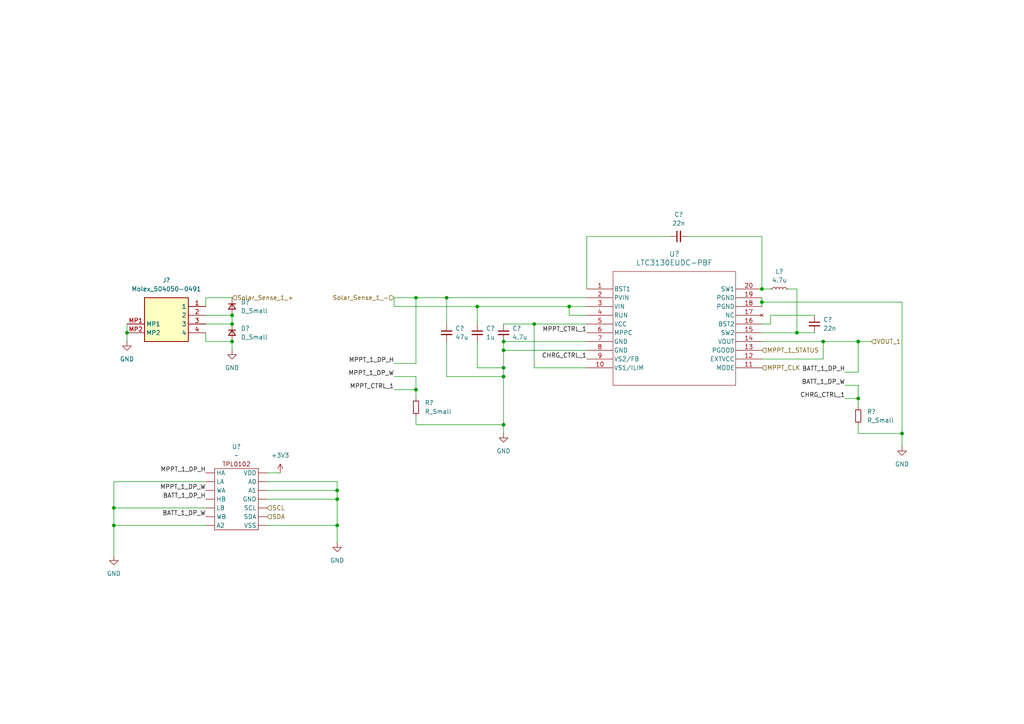
<source format=kicad_sch>
(kicad_sch (version 20231120) (generator "eeschema") (generator_version "8.0")
  (paper "A4")
  (lib_symbols
    (symbol "Device:C_Small" (pin_numbers hide) (pin_names (offset 0.254) hide)
      (property "Reference" "C" (at 0.254 1.778 0))
      (property "Value" "C_Small" (at 0.254 -2.032 0))
      (symbol "C_Small_0_1"
        (polyline (pts (xy -1.524 -0.508) (xy 1.524 -0.508)) (stroke (width 0.3302)))
        (polyline (pts (xy -1.524 0.508) (xy 1.524 0.508)) (stroke (width 0.3048)))
      )
      (symbol "C_Small_1_1"
        (pin passive line (at 0 2.54 270) (length 2.032) (name "~") (number "1"))
        (pin passive line (at 0 -2.54 90) (length 2.032) (name "~") (number "2"))
      )
    )
    (symbol "Device:D_Small" (pin_numbers hide) (pin_names (offset 0.254) hide)
      (property "Reference" "D" (at -1.27 2.032 0))
      (property "Value" "D_Small" (at -3.81 -2.032 0))
      (symbol "D_Small_0_1"
        (polyline (pts (xy -0.762 -1.016) (xy -0.762 1.016)) (stroke (width 0.254)))
        (polyline (pts (xy -0.762 0) (xy 0.762 0)))
        (polyline (pts (xy 0.762 -1.016) (xy -0.762 0) (xy 0.762 1.016) (xy 0.762 -1.016)) (stroke (width 0.254)))
      )
      (symbol "D_Small_1_1"
        (pin passive line (at -2.54 0 0) (length 1.778) (name "K") (number "1"))
        (pin passive line (at 2.54 0 180) (length 1.778) (name "A") (number "2"))
      )
    )
    (symbol "Device:L_Small" (pin_numbers hide) (pin_names (offset 0.254) hide)
      (property "Reference" "L" (at 0.762 1.016 0))
      (property "Value" "L_Small" (at 0.762 -1.016 0))
      (symbol "L_Small_0_1"
        (arc (start 0 -2.032) (mid 0.5058 -1.524) (end 0 -1.016))
        (arc (start 0 -1.016) (mid 0.5058 -0.508) (end 0 0))
        (arc (start 0 0) (mid 0.5058 0.508) (end 0 1.016))
        (arc (start 0 1.016) (mid 0.5058 1.524) (end 0 2.032))
      )
      (symbol "L_Small_1_1"
        (pin passive line (at 0 2.54 270) (length 0.508) (name "~") (number "1"))
        (pin passive line (at 0 -2.54 90) (length 0.508) (name "~") (number "2"))
      )
    )
    (symbol "Device:R_Small" (pin_numbers hide) (pin_names (offset 0.254) hide)
      (property "Reference" "R" (at 0.762 0.508 0))
      (property "Value" "R_Small" (at 0.762 -1.016 0))
      (symbol "R_Small_0_1"
        (rectangle (start -0.762 1.778) (end 0.762 -1.778) (stroke (width 0.2032)))
      )
      (symbol "R_Small_1_1"
        (pin passive line (at 0 2.54 270) (length 0.762) (name "~") (number "1"))
        (pin passive line (at 0 -2.54 90) (length 0.762) (name "~") (number "2"))
      )
    )
    (symbol "LTC3130:LTC3130EUDC-PBF" (pin_names (offset 0.254))
      (property "Reference" "U" (at 25.4 10.16 0))
      (property "Value" "LTC3130EUDC-PBF" (at 25.4 7.62 0))
      (symbol "LTC3130EUDC-PBF_0_1"
        (polyline (pts (xy 7.62 -27.94) (xy 43.18 -27.94)) (stroke (width 0.127)))
        (polyline (pts (xy 7.62 5.08) (xy 7.62 -27.94)) (stroke (width 0.127)))
        (polyline (pts (xy 43.18 -27.94) (xy 43.18 5.08)) (stroke (width 0.127)))
        (polyline (pts (xy 43.18 5.08) (xy 7.62 5.08)) (stroke (width 0.127)))
        (pin unspecified line (at 0 0 0) (length 7.62) (name "BST1") (number "1"))
        (pin bidirectional line (at 0 -22.86 0) (length 7.62) (name "VS1/ILIM") (number "10"))
        (pin unspecified line (at 50.8 -22.86 180) (length 7.62) (name "MODE") (number "11"))
        (pin input line (at 50.8 -20.32 180) (length 7.62) (name "EXTVCC") (number "12"))
        (pin output line (at 50.8 -17.78 180) (length 7.62) (name "PGOOD") (number "13"))
        (pin output line (at 50.8 -15.24 180) (length 7.62) (name "VOUT") (number "14"))
        (pin unspecified line (at 50.8 -12.7 180) (length 7.62) (name "SW2") (number "15"))
        (pin unspecified line (at 50.8 -10.16 180) (length 7.62) (name "BST2") (number "16"))
        (pin no_connect line (at 50.8 -7.62 180) (length 7.62) (name "NC") (number "17"))
        (pin power_out line (at 50.8 -5.08 180) (length 7.62) (name "PGND") (number "18"))
        (pin power_out line (at 50.8 -2.54 180) (length 7.62) (name "PGND") (number "19"))
        (pin input line (at 0 -2.54 0) (length 7.62) (name "PVIN") (number "2"))
        (pin unspecified line (at 50.8 0 180) (length 7.62) (name "SW1") (number "20"))
        (pin input line (at 0 -5.08 0) (length 7.62) (name "VIN") (number "3"))
        (pin input line (at 0 -7.62 0) (length 7.62) (name "RUN") (number "4"))
        (pin power_in line (at 0 -10.16 0) (length 7.62) (name "VCC") (number "5"))
        (pin unspecified line (at 0 -12.7 0) (length 7.62) (name "MPPC") (number "6"))
        (pin power_out line (at 0 -15.24 0) (length 7.62) (name "GND") (number "7"))
        (pin power_out line (at 0 -17.78 0) (length 7.62) (name "GND") (number "8"))
        (pin bidirectional line (at 0 -20.32 0) (length 7.62) (name "VS2/FB") (number "9"))
      )
    )
    (symbol "power:+3V3" (power) (pin_numbers hide) (pin_names (offset 0) hide)
      (property "Value" "+3V3" (at 0 3.556 0))
      (symbol "+3V3_0_1"
        (polyline (pts (xy -0.762 1.27) (xy 0 2.54)))
        (polyline (pts (xy 0 0) (xy 0 2.54)))
        (polyline (pts (xy 0 2.54) (xy 0.762 1.27)))
      )
      (symbol "+3V3_1_1"
        (pin power_in line (at 0 0 90) (length 0) (name "~") (number "1"))
      )
    )
    (symbol "power:GND" (power) (pin_numbers hide) (pin_names (offset 0) hide)
      (property "Value" "GND" (at 0 -3.81 0))
      (symbol "GND_0_1"
        (polyline (pts (xy 0 0) (xy 0 -1.27) (xy 1.27 -1.27) (xy 0 -2.54) (xy -1.27 -1.27) (xy 0 -1.27)))
      )
      (symbol "GND_1_1"
        (pin power_in line (at 0 0 270) (length 0) (name "~") (number "1"))
      )
    )
    (symbol "power_board_symbols:TPL0102"
      (property "Reference" "U" (at 0 0 0))
      (symbol "TPL0102_0_1"
        (rectangle (start -6.35 8.89) (end 6.35 -8.89))
      )
      (symbol "TPL0102_1_1"
        (text "TPL0102" (at 0 10.16 0) (effects (font (size 1.27 1.27))))
        (pin input line (at 8.89 5.08 180) (length 2.54) (name "A0") (number ""))
        (pin input line (at 8.89 2.54 180) (length 2.54) (name "A1") (number ""))
        (pin output line (at -8.89 -7.62 0) (length 2.54) (name "A2") (number ""))
        (pin input line (at 8.89 0 180) (length 2.54) (name "GND") (number ""))
        (pin input line (at -8.89 7.62 0) (length 2.54) (name "HA") (number ""))
        (pin input line (at -8.89 0 0) (length 2.54) (name "HB") (number ""))
        (pin output line (at -8.89 5.08 0) (length 2.54) (name "LA") (number ""))
        (pin output line (at -8.89 -2.54 0) (length 2.54) (name "LB") (number ""))
        (pin input line (at 8.89 -2.54 180) (length 2.54) (name "SCL") (number ""))
        (pin output line (at 8.89 -5.08 180) (length 2.54) (name "SDA") (number ""))
        (pin input line (at 8.89 7.62 180) (length 2.54) (name "VDD") (number ""))
        (pin input line (at 8.89 -7.62 180) (length 2.54) (name "VSS") (number ""))
        (pin output line (at -8.89 2.54 0) (length 2.54) (name "WA") (number ""))
        (pin output line (at -8.89 -5.08 0) (length 2.54) (name "WB") (number ""))
      )
    )
    (symbol "tvsc_symbols:Molex_504050-0491"
      (property "Reference" "J" (at 19.05 7.62 0))
      (property "Value" "Molex_504050-0491" (at 19.05 5.08 0))
      (symbol "Molex_504050-0491_1_1"
        (rectangle (start 5.08 2.54) (end 17.78 -10.16) (stroke (width 0.254)) (fill (type background)))
        (pin passive line (at 0 -7.62 0) (length 5.08) (name "1") (number "1"))
        (pin passive line (at 0 -5.08 0) (length 5.08) (name "2") (number "2"))
        (pin passive line (at 0 -2.54 0) (length 5.08) (name "3") (number "3"))
        (pin passive line (at 0 0 0) (length 5.08) (name "4") (number "4"))
        (pin passive line (at 22.86 -2.54 180) (length 5.08) (name "MP1") (number "MP1"))
        (pin passive line (at 22.86 0 180) (length 5.08) (name "MP2") (number "MP2"))
      )
    )
  )
  (junction (at 120.65 86.36))
  (junction (at 238.76 99.06))
  (junction (at 146.05 123.19))
  (junction (at 261.62 125.73))
  (junction (at 146.05 109.22))
  (junction (at 120.65 113.03))
  (junction (at 129.54 86.36))
  (junction (at 146.05 106.68))
  (junction (at 67.31 91.44))
  (junction (at 67.31 99.06))
  (junction (at 231.14 96.52))
  (junction (at 248.92 99.06))
  (junction (at 67.31 93.98))
  (junction (at 138.43 88.9))
  (junction (at 146.05 99.06))
  (junction (at 248.92 115.57))
  (junction (at 33.02 147.32))
  (junction (at 146.05 101.6))
  (junction (at 220.98 87.63))
  (junction (at 97.79 142.24))
  (junction (at 33.02 152.4))
  (junction (at 36.83 96.52))
  (junction (at 154.94 93.98))
  (junction (at 165.1 88.9))
  (junction (at 97.79 144.78))
  (junction (at 220.98 83.82))
  (junction (at 97.79 152.4))
  (wire (pts (xy 245.11 115.57) (xy 248.92 115.57)))
  (wire (pts (xy 248.92 125.73) (xy 261.62 125.73)))
  (wire (pts (xy 33.02 152.4) (xy 33.02 147.32)))
  (wire (pts (xy 146.05 101.6) (xy 146.05 99.06)))
  (wire (pts (xy 59.69 99.06) (xy 59.69 96.52)))
  (wire (pts (xy 97.79 144.78) (xy 97.79 152.4)))
  (wire (pts (xy 33.02 147.32) (xy 59.69 147.32)))
  (wire (pts (xy 223.52 93.98) (xy 220.98 93.98)))
  (wire (pts (xy 33.02 161.29) (xy 33.02 152.4)))
  (wire (pts (xy 248.92 111.76) (xy 248.92 115.57)))
  (wire (pts (xy 67.31 86.36) (xy 59.69 86.36)))
  (wire (pts (xy 120.65 120.65) (xy 120.65 123.19)))
  (wire (pts (xy 154.94 93.98) (xy 170.18 93.98)))
  (wire (pts (xy 223.52 83.82) (xy 220.98 83.82)))
  (wire (pts (xy 120.65 86.36) (xy 120.65 105.41)))
  (wire (pts (xy 77.47 142.24) (xy 97.79 142.24)))
  (wire (pts (xy 97.79 152.4) (xy 97.79 157.48)))
  (wire (pts (xy 261.62 87.63) (xy 261.62 125.73)))
  (wire (pts (xy 220.98 86.36) (xy 220.98 87.63)))
  (wire (pts (xy 252.73 99.06) (xy 248.92 99.06)))
  (wire (pts (xy 199.39 68.58) (xy 220.98 68.58)))
  (wire (pts (xy 59.69 93.98) (xy 67.31 93.98)))
  (wire (pts (xy 129.54 86.36) (xy 170.18 86.36)))
  (wire (pts (xy 33.02 152.4) (xy 59.69 152.4)))
  (wire (pts (xy 165.1 91.44) (xy 165.1 88.9)))
  (wire (pts (xy 238.76 99.06) (xy 220.98 99.06)))
  (wire (pts (xy 236.22 96.52) (xy 231.14 96.52)))
  (wire (pts (xy 223.52 91.44) (xy 223.52 93.98)))
  (wire (pts (xy 236.22 91.44) (xy 223.52 91.44)))
  (wire (pts (xy 146.05 123.19) (xy 146.05 125.73)))
  (wire (pts (xy 114.3 113.03) (xy 120.65 113.03)))
  (wire (pts (xy 59.69 91.44) (xy 67.31 91.44)))
  (wire (pts (xy 36.83 93.98) (xy 36.83 96.52)))
  (wire (pts (xy 114.3 88.9) (xy 138.43 88.9)))
  (wire (pts (xy 138.43 106.68) (xy 146.05 106.68)))
  (wire (pts (xy 120.65 86.36) (xy 129.54 86.36)))
  (wire (pts (xy 33.02 147.32) (xy 33.02 139.7)))
  (wire (pts (xy 194.31 68.58) (xy 170.18 68.58)))
  (wire (pts (xy 154.94 106.68) (xy 154.94 93.98)))
  (wire (pts (xy 248.92 123.19) (xy 248.92 125.73)))
  (wire (pts (xy 97.79 142.24) (xy 97.79 144.78)))
  (wire (pts (xy 67.31 99.06) (xy 67.31 101.6)))
  (wire (pts (xy 220.98 68.58) (xy 220.98 83.82)))
  (wire (pts (xy 146.05 109.22) (xy 146.05 123.19)))
  (wire (pts (xy 261.62 125.73) (xy 261.62 129.54)))
  (wire (pts (xy 220.98 87.63) (xy 220.98 88.9)))
  (wire (pts (xy 220.98 96.52) (xy 231.14 96.52)))
  (wire (pts (xy 59.69 86.36) (xy 59.69 88.9)))
  (wire (pts (xy 165.1 88.9) (xy 170.18 88.9)))
  (wire (pts (xy 129.54 99.06) (xy 129.54 109.22)))
  (wire (pts (xy 97.79 139.7) (xy 97.79 142.24)))
  (wire (pts (xy 170.18 91.44) (xy 165.1 91.44)))
  (wire (pts (xy 220.98 87.63) (xy 261.62 87.63)))
  (wire (pts (xy 248.92 99.06) (xy 248.92 107.95)))
  (wire (pts (xy 77.47 152.4) (xy 97.79 152.4)))
  (wire (pts (xy 114.3 88.9) (xy 114.3 86.36)))
  (wire (pts (xy 129.54 93.98) (xy 129.54 86.36)))
  (wire (pts (xy 238.76 104.14) (xy 238.76 99.06)))
  (wire (pts (xy 36.83 96.52) (xy 36.83 99.06)))
  (wire (pts (xy 248.92 99.06) (xy 238.76 99.06)))
  (wire (pts (xy 245.11 107.95) (xy 248.92 107.95)))
  (wire (pts (xy 138.43 88.9) (xy 165.1 88.9)))
  (wire (pts (xy 129.54 109.22) (xy 146.05 109.22)))
  (wire (pts (xy 138.43 93.98) (xy 138.43 88.9)))
  (wire (pts (xy 146.05 106.68) (xy 146.05 101.6)))
  (wire (pts (xy 170.18 68.58) (xy 170.18 83.82)))
  (wire (pts (xy 67.31 91.44) (xy 67.31 93.98)))
  (wire (pts (xy 146.05 93.98) (xy 154.94 93.98)))
  (wire (pts (xy 77.47 139.7) (xy 97.79 139.7)))
  (wire (pts (xy 138.43 99.06) (xy 138.43 106.68)))
  (wire (pts (xy 77.47 137.16) (xy 81.28 137.16)))
  (wire (pts (xy 33.02 139.7) (xy 59.69 139.7)))
  (wire (pts (xy 231.14 83.82) (xy 228.6 83.82)))
  (wire (pts (xy 77.47 144.78) (xy 97.79 144.78)))
  (wire (pts (xy 220.98 104.14) (xy 238.76 104.14)))
  (wire (pts (xy 114.3 86.36) (xy 120.65 86.36)))
  (wire (pts (xy 231.14 96.52) (xy 231.14 83.82)))
  (wire (pts (xy 120.65 109.22) (xy 120.65 113.03)))
  (wire (pts (xy 114.3 105.41) (xy 120.65 105.41)))
  (wire (pts (xy 170.18 106.68) (xy 154.94 106.68)))
  (wire (pts (xy 146.05 99.06) (xy 170.18 99.06)))
  (wire (pts (xy 120.65 123.19) (xy 146.05 123.19)))
  (wire (pts (xy 67.31 99.06) (xy 59.69 99.06)))
  (wire (pts (xy 245.11 111.76) (xy 248.92 111.76)))
  (wire (pts (xy 114.3 109.22) (xy 120.65 109.22)))
  (wire (pts (xy 146.05 101.6) (xy 170.18 101.6)))
  (wire (pts (xy 146.05 109.22) (xy 146.05 106.68)))
  (wire (pts (xy 120.65 113.03) (xy 120.65 115.57)))
  (wire (pts (xy 248.92 115.57) (xy 248.92 118.11)))
  (label "MPPT_1_DP_H" (at 59.69 137.16 180))
  (label "BATT_1_DP_W" (at 245.11 111.76 180))
  (label "MPPT_CTRL_1" (at 114.3 113.03 180))
  (label "MPPT_CTRL_1" (at 170.18 96.52 180))
  (label "CHRG_CTRL_1" (at 170.18 104.14 180))
  (label "BATT_1_DP_H" (at 59.69 144.78 180))
  (label "MPPT_1_DP_W" (at 59.69 142.24 180))
  (label "BATT_1_DP_H" (at 245.11 107.95 180))
  (label "BATT_1_DP_W" (at 59.69 149.86 180))
  (label "MPPT_1_DP_H" (at 114.3 105.41 180))
  (label "MPPT_1_DP_W" (at 114.3 109.22 180))
  (label "CHRG_CTRL_1" (at 245.11 115.57 180))
  (hierarchical_label "SCL" (shape input) (at 77.47 147.32 0))
  (hierarchical_label "VOUT_1" (shape input) (at 252.73 99.06 0))
  (hierarchical_label "Solar_Sense_1_-" (shape input) (at 114.3 86.36 180))
  (hierarchical_label "MPPT_CLK" (shape input) (at 220.98 106.68 0))
  (hierarchical_label "SDA" (shape input) (at 77.47 149.86 0))
  (hierarchical_label "MPPT_1_STATUS" (shape input) (at 220.98 101.6 0))
  (hierarchical_label "Solar_Sense_1_+" (shape input) (at 67.31 86.36 0))
  (symbol (lib_id "Device:C_Small") (at 129.54 96.52 0) (unit 1)
    (property "Reference" "C?" (at 132.08 95.2562 0) (effects (justify left)))
    (property "Value" "47u" (at 132.08 97.7962 0) (effects (justify left)))
    (property "Description" "Unpolarized capacitor, small symbol" (effects (hide yes)))
  )
  (symbol (lib_id "Device:D_Small") (at 67.31 96.52 270) (unit 1)
    (property "Reference" "D?" (at 69.85 95.2499 90) (effects (justify left)))
    (property "Value" "D_Small" (at 69.85 97.7899 90) (effects (justify left)))
    (property "Description" "Diode, small symbol" (effects (hide yes)))
    (property "Sim.Device" "D" (effects (hide yes)))
    (property "Sim.Pins" "1=K 2=A" (effects (hide yes)))
  )
  (symbol (lib_id "Device:C_Small") (at 236.22 93.98 0) (unit 1)
    (property "Reference" "C?" (at 238.76 92.7162 0) (effects (justify left)))
    (property "Value" "22n" (at 238.76 95.2562 0) (effects (justify left)))
    (property "Description" "Unpolarized capacitor, small symbol" (effects (hide yes)))
  )
  (symbol (lib_id "power:GND") (at 261.62 129.54 0) (unit 1)
    (property "Reference" "#PWR04" (effects (hide yes)))
    (property "Value" "GND" (at 261.62 134.62 0))
    (property "Description" "Power symbol creates a global label with name \"GND\" , ground" (effects (hide yes)))
  )
  (symbol (lib_id "power:GND") (at 33.02 161.29 0) (unit 1)
    (property "Reference" "#PWR?" (effects (hide yes)))
    (property "Value" "GND" (at 33.02 166.37 0))
    (property "Description" "Power symbol creates a global label with name \"GND\" , ground" (effects (hide yes)))
  )
  (symbol (lib_id "power_board_symbols:TPL0102") (at 68.58 144.78 0) (unit 1)
    (property "Reference" "U?" (at 68.58 129.54 0))
    (property "Value" "~" (at 68.58 132.08 0))
  )
  (symbol (lib_id "Device:D_Small") (at 67.31 88.9 270) (unit 1)
    (property "Reference" "D?" (at 69.85 87.6299 90) (effects (justify left)))
    (property "Value" "D_Small" (at 69.85 90.1699 90) (effects (justify left)))
    (property "Description" "Diode, small symbol" (effects (hide yes)))
    (property "Sim.Device" "D" (effects (hide yes)))
    (property "Sim.Pins" "1=K 2=A" (effects (hide yes)))
  )
  (symbol (lib_id "power:+3V3") (at 81.28 137.16 0) (unit 1)
    (property "Reference" "#PWR?" (effects (hide yes)))
    (property "Value" "+3V3" (at 81.28 132.08 0))
    (property "Description" "Power symbol creates a global label with name \"+3V3\"" (effects (hide yes)))
  )
  (symbol (lib_id "Device:R_Small") (at 120.65 118.11 0) (unit 1)
    (property "Reference" "R?" (at 123.19 116.8399 0) (effects (justify left)))
    (property "Value" "R_Small" (at 123.19 119.3799 0) (effects (justify left)))
    (property "Description" "Resistor, small symbol" (effects (hide yes)))
  )
  (symbol (lib_id "tvsc_symbols:Molex_504050-0491") (at 59.69 96.52 180) (unit 1)
    (property "Reference" "J?" (at 48.26 81.28 0))
    (property "Value" "Molex_504050-0491" (at 48.26 83.82 0))
    (property "Footprint" "footprints:Molex_504050-0491" (effects (hide yes)))
    (property "Datasheet" "http://www.molex.com/pdm_docs/sd/5040500491_sd.pdf" (effects (hide yes)))
    (property "Description" "4-pin Pico-Lock Header" (effects (hide yes)))
    (property "Manufacturer" "Molex" (effects (hide yes)))
    (property "Manufacturer Part Number" "504050-0491" (effects (hide yes)))
    (property "MPN" "C177235" (effects (hide yes)))
  )
  (symbol (lib_id "power:GND") (at 97.79 157.48 0) (unit 1)
    (property "Reference" "#PWR?" (effects (hide yes)))
    (property "Value" "GND" (at 97.79 162.56 0))
    (property "Description" "Power symbol creates a global label with name \"GND\" , ground" (effects (hide yes)))
  )
  (symbol (lib_id "Device:C_Small") (at 196.85 68.58 90) (unit 1)
    (property "Reference" "C?" (at 196.8563 62.23 90))
    (property "Value" "22n" (at 196.8563 64.77 90))
    (property "Description" "Unpolarized capacitor, small symbol" (effects (hide yes)))
  )
  (symbol (lib_id "power:GND") (at 146.05 125.73 0) (unit 1)
    (property "Reference" "#PWR03" (effects (hide yes)))
    (property "Value" "GND" (at 146.05 130.81 0))
    (property "Description" "Power symbol creates a global label with name \"GND\" , ground" (effects (hide yes)))
  )
  (symbol (lib_id "Device:C_Small") (at 146.05 96.52 0) (unit 1)
    (property "Reference" "C?" (at 148.59 95.2562 0) (effects (justify left)))
    (property "Value" "4.7u" (at 148.59 97.7962 0) (effects (justify left)))
    (property "Description" "Unpolarized capacitor, small symbol" (effects (hide yes)))
  )
  (symbol (lib_id "Device:C_Small") (at 138.43 96.52 0) (unit 1)
    (property "Reference" "C?" (at 140.97 95.2562 0) (effects (justify left)))
    (property "Value" "1u" (at 140.97 97.7962 0) (effects (justify left)))
    (property "Description" "Unpolarized capacitor, small symbol" (effects (hide yes)))
  )
  (symbol (lib_id "power:GND") (at 67.31 101.6 0) (unit 1)
    (property "Reference" "#PWR02" (effects (hide yes)))
    (property "Value" "GND" (at 67.31 106.68 0))
    (property "Description" "Power symbol creates a global label with name \"GND\" , ground" (effects (hide yes)))
  )
  (symbol (lib_id "Device:R_Small") (at 248.92 120.65 0) (unit 1)
    (property "Reference" "R?" (at 251.46 119.3799 0) (effects (justify left)))
    (property "Value" "R_Small" (at 251.46 121.9199 0) (effects (justify left)))
    (property "Description" "Resistor, small symbol" (effects (hide yes)))
  )
  (symbol (lib_id "power:GND") (at 36.83 99.06 0) (unit 1)
    (property "Reference" "#PWR01" (effects (hide yes)))
    (property "Value" "GND" (at 36.83 104.14 0))
    (property "Description" "Power symbol creates a global label with name \"GND\" , ground" (effects (hide yes)))
  )
  (symbol (lib_id "Device:L_Small") (at 226.06 83.82 90) (unit 1)
    (property "Reference" "L?" (at 226.06 78.74 90))
    (property "Value" "4.7u" (at 226.06 81.28 90))
    (property "Description" "Inductor, small symbol" (effects (hide yes)))
  )
  (symbol (lib_id "LTC3130:LTC3130EUDC-PBF") (at 170.18 83.82 0) (unit 1)
    (property "Reference" "U?" (at 195.58 73.66 0) (effects (font (size 1.524 1.524))))
    (property "Value" "LTC3130EUDC-PBF" (at 195.58 76.2 0) (effects (font (size 1.524 1.524))))
    (property "Footprint" "UDC_20_ADI" (effects (hide yes)))
    (property "Datasheet" "LTC3130EUDC-PBF" (effects (hide yes)))
  )
)
</source>
